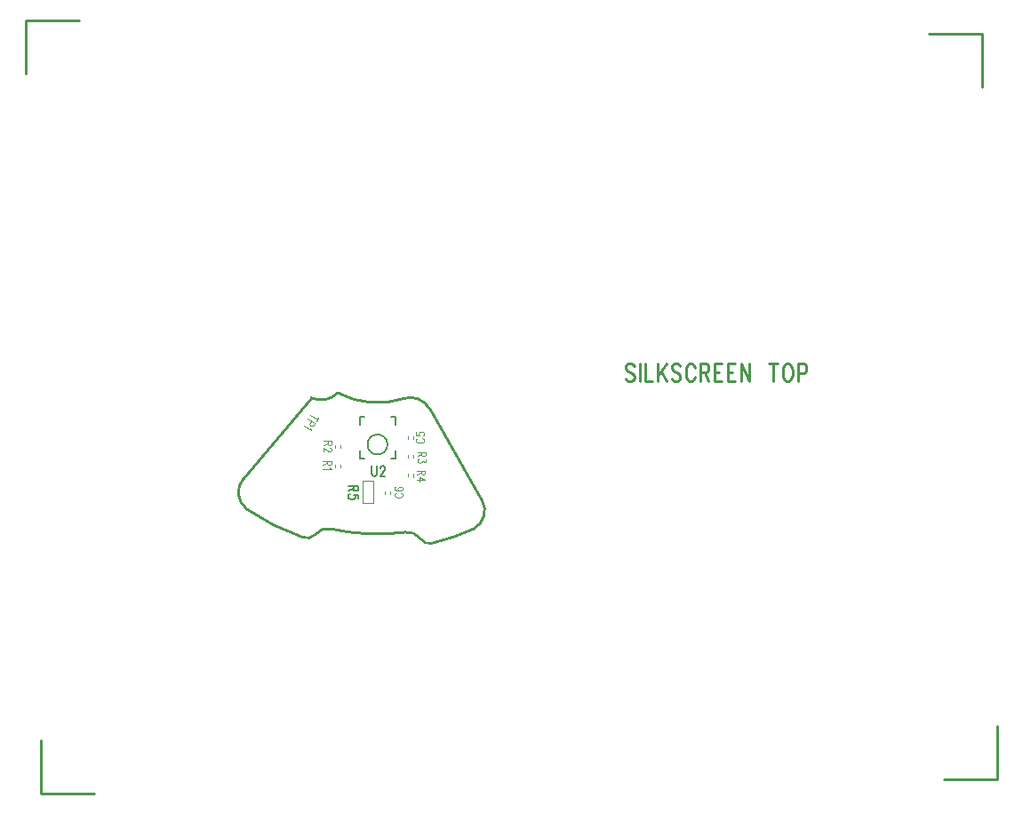
<source format=gbr>
*
*
G04 PADS 9.5 Build Number: 522968 generated Gerber (RS-274-X) file*
G04 PC Version=2.1*
*
%IN "LCORE_4.pcb"*%
*
%MOIN*%
*
%FSLAX35Y35*%
*
*
*
*
G04 PC Standard Apertures*
*
*
G04 Thermal Relief Aperture macro.*
%AMTER*
1,1,$1,0,0*
1,0,$1-$2,0,0*
21,0,$3,$4,0,0,45*
21,0,$3,$4,0,0,135*
%
*
*
G04 Annular Aperture macro.*
%AMANN*
1,1,$1,0,0*
1,0,$2,0,0*
%
*
*
G04 Odd Aperture macro.*
%AMODD*
1,1,$1,0,0*
1,0,$1-0.005,0,0*
%
*
*
G04 PC Custom Aperture Macros*
*
*
*
*
*
*
G04 PC Aperture Table*
*
%ADD010C,0.001*%
%ADD011C,0.004*%
%ADD012C,0.01*%
%ADD013C,0.00591*%
%ADD015C,0.00394*%
%ADD017C,0.008*%
*
*
*
*
G04 PC Circuitry*
G04 Layer Name LCORE_4.pcb - circuitry*
%LPD*%
*
*
G04 PC Custom Flashes*
G04 Layer Name LCORE_4.pcb - flashes*
%LPD*%
*
*
G04 PC Circuitry*
G04 Layer Name LCORE_4.pcb - circuitry*
%LPD*%
*
G54D10*
G54D11*
G01X1961150Y1587957D02*
Y1589079D01*
X1963119Y1587980D02*
Y1588984D01*
X1952489Y1567287D02*
Y1568409D01*
X1954457Y1567311D02*
Y1568315D01*
X1943993Y1563839D02*
X1947993D01*
Y1572239*
X1943993*
Y1563839*
X1935757Y1578437D02*
Y1577315D01*
X1933788Y1578413D02*
Y1577409D01*
X1935757Y1585720D02*
Y1584598D01*
X1933788Y1585697D02*
Y1584693D01*
X1963119Y1581980D02*
Y1580858D01*
X1961150Y1581957D02*
Y1580953D01*
X1963119Y1574894D02*
Y1573772D01*
X1961150Y1574870D02*
Y1573866D01*
G54D12*
X2046025Y1615200D02*
X2045570Y1615825D01*
X2044889Y1616137*
X2043980*
X2043298Y1615825*
X2042843Y1615200*
Y1614575*
X2043070Y1613950*
X2043298Y1613637*
X2043752Y1613325*
X2045116Y1612700*
X2045570Y1612387*
X2045798Y1612075*
X2046025Y1611450*
Y1610512*
X2045570Y1609887*
X2044889Y1609575*
X2043980*
X2043298Y1609887*
X2042843Y1610512*
X2048070Y1616137D02*
Y1609575D01*
X2050116Y1616137D02*
Y1609575D01*
X2052843*
X2054889Y1616137D02*
Y1609575D01*
X2058070Y1616137D02*
X2054889Y1611762D01*
X2056025Y1613325D02*
X2058070Y1609575D01*
X2063298Y1615200D02*
X2062843Y1615825D01*
X2062161Y1616137*
X2061252*
X2060570Y1615825*
X2060116Y1615200*
Y1614575*
X2060343Y1613950*
X2060570Y1613637*
X2061025Y1613325*
X2062389Y1612700*
X2062843Y1612387*
X2063070Y1612075*
X2063298Y1611450*
Y1610512*
X2062843Y1609887*
X2062161Y1609575*
X2061252*
X2060570Y1609887*
X2060116Y1610512*
X2068752Y1614575D02*
X2068525Y1615200D01*
X2068070Y1615825*
X2067616Y1616137*
X2066707*
X2066252Y1615825*
X2065798Y1615200*
X2065570Y1614575*
X2065343Y1613637*
Y1612075*
X2065570Y1611137*
X2065798Y1610512*
X2066252Y1609887*
X2066707Y1609575*
X2067616*
X2068070Y1609887*
X2068525Y1610512*
X2068752Y1611137*
X2070798Y1616137D02*
Y1609575D01*
Y1616137D02*
X2072843D01*
X2073525Y1615825*
X2073752Y1615512*
X2073980Y1614887*
Y1614262*
X2073752Y1613637*
X2073525Y1613325*
X2072843Y1613012*
X2070798*
X2072389D02*
X2073980Y1609575D01*
X2076025Y1616137D02*
Y1609575D01*
Y1616137D02*
X2078980D01*
X2076025Y1613012D02*
X2077843D01*
X2076025Y1609575D02*
X2078980D01*
X2081025Y1616137D02*
Y1609575D01*
Y1616137D02*
X2083980D01*
X2081025Y1613012D02*
X2082843D01*
X2081025Y1609575D02*
X2083980D01*
X2086025Y1616137D02*
Y1609575D01*
Y1616137D02*
X2089207Y1609575D01*
Y1616137D02*
Y1609575D01*
X2098070Y1616137D02*
Y1609575D01*
X2096480Y1616137D02*
X2099661D01*
X2103070D02*
X2102616Y1615825D01*
X2102161Y1615200*
X2101934Y1614575*
X2101707Y1613637*
Y1612075*
X2101934Y1611137*
X2102161Y1610512*
X2102616Y1609887*
X2103070Y1609575*
X2103980*
X2104434Y1609887*
X2104889Y1610512*
X2105116Y1611137*
X2105343Y1612075*
Y1613637*
X2105116Y1614575*
X2104889Y1615200*
X2104434Y1615825*
X2103980Y1616137*
X2103070*
X2107389D02*
Y1609575D01*
Y1616137D02*
X2109434D01*
X2110116Y1615825*
X2110343Y1615512*
X2110570Y1614887*
Y1613950*
X2110343Y1613325*
X2110116Y1613012*
X2109434Y1612700*
X2107389*
X1900788Y1561558D02*
G75*
G03X1921809Y1551031I48934J71466D01*
G01X1921827Y1551025D02*
G03X1926389Y1552091I1471J3999D01*
G01X1932249Y1554225D02*
G03X1926391Y1552092I-1336J-5442D01*
G01X1932289Y1554216D02*
G03X1960292Y1552993I17468J78795D01*
G01X1965815Y1550567D02*
G03X1960269Y1552990I-4781J-3386D01*
G01X1965819Y1550561D02*
G03X1970341Y1548880I3345J2074D01*
G01X1970380Y1548889D02*
G03X1985922Y1554286I-20514J84150D01*
G01X1985913Y1554281D02*
G03X1988944Y1564993I-3840J6872D01*
G01X1988940Y1564999D02*
X1969016Y1599606D01*
X1969018Y1599603D02*
G03X1959686Y1603148I-6910J-4135D01*
G01X1934880Y1605240D02*
G03X1959709Y1603156I14835J27784D01*
G01X1924884Y1603377D02*
G03X1934851Y1605260I3644J8033D01*
G01X1924879Y1603379D02*
X1899587Y1573281D01*
X1899585Y1573278D02*
G03X1900763Y1561574I5923J-5315D01*
G01X1837791Y1744944D02*
X1817791D01*
Y1724944*
X1823603Y1475056D02*
Y1455056D01*
X1843603*
X2162209Y1460312D02*
X2182209D01*
Y1480312*
X2176373Y1719944D02*
Y1739944D01*
X2156373*
G54D13*
X1943040Y1583618D02*
Y1580626D01*
X1944772*
X1956426Y1583618D02*
Y1580626D01*
X1954851*
X1956426Y1593224D02*
Y1596217D01*
X1954772*
X1943040Y1593146D02*
Y1596217D01*
X1944772*
X1953473Y1585882D02*
G03X1953473I-3740J0D01*
G54D15*
G01X1964890Y1588154D02*
X1964595Y1588047D01*
X1964300Y1587832*
X1964152Y1587617*
Y1587188*
X1964300Y1586973*
X1964595Y1586758*
X1964890Y1586651*
X1965333Y1586543*
X1966072*
X1966514Y1586651*
X1966810Y1586758*
X1967105Y1586973*
X1967253Y1587188*
Y1587617*
X1967105Y1587832*
X1966810Y1588047*
X1966514Y1588154*
X1964152Y1590516D02*
Y1589442D01*
X1965481Y1589335*
X1965333Y1589442*
X1965186Y1589764*
X1965186D02*
Y1590087D01*
X1965333Y1590409*
X1965629Y1590623*
X1966072Y1590731*
X1966367Y1590623*
X1966810Y1590516*
X1967105Y1590301*
X1967253Y1589979*
Y1589657*
X1967105Y1589335*
X1966957Y1589228*
X1966662Y1589120*
X1956820Y1567681D02*
X1956524Y1567574D01*
X1956229Y1567359*
X1956081Y1567145*
Y1566715*
X1956229Y1566500*
X1956524Y1566286*
X1956820Y1566178*
X1957262Y1566071*
X1958001*
X1958444Y1566178*
X1958739Y1566286*
X1959034Y1566500*
X1959182Y1566715*
Y1567145*
X1959034Y1567359*
X1958739Y1567574*
X1958444Y1567681*
X1956524Y1569936D02*
X1956229Y1569829D01*
X1956081Y1569507*
Y1569292*
X1956229Y1568970*
X1956672Y1568755*
X1957410Y1568648*
X1958148*
X1958739Y1568755*
X1959034Y1568970*
X1959182Y1569292*
Y1569399*
X1959034Y1569722*
X1958739Y1569936*
X1958296Y1570044*
X1958148*
X1957705Y1569936*
X1957410Y1569722*
X1957262Y1569399*
Y1569292*
X1957410Y1568970*
X1957705Y1568755*
X1958148Y1568648*
X1927161Y1595287D02*
X1924531Y1596930D01*
X1927559Y1595924D02*
X1926762Y1594649D01*
X1926250Y1593830D02*
X1923621Y1595473D01*
X1926250Y1593830D02*
X1925738Y1593010D01*
X1925442Y1592815*
X1925260Y1592802*
X1924953Y1592868*
X1924577Y1593102*
X1924384Y1593350*
X1924316Y1593519*
X1924361Y1593871*
X1924873Y1594690*
X1924441Y1592048D02*
X1924452Y1591788D01*
X1924657Y1591280*
X1922028Y1592923*
X1932361Y1579654D02*
X1929260D01*
X1932361D02*
Y1578687D01*
X1932213Y1578365*
X1932066Y1578258*
X1931770Y1578150*
X1931475*
X1931180Y1578258*
X1931032Y1578365*
X1930885Y1578687*
Y1579654*
Y1578902D02*
X1929260Y1578150D01*
X1931770Y1577184D02*
X1931918Y1576969D01*
X1932361Y1576647*
X1929260*
X1932558Y1587134D02*
X1929457D01*
X1932558D02*
Y1586167D01*
X1932558D02*
X1932410Y1585845D01*
X1932262Y1585738*
X1931967Y1585631*
X1931672*
X1931377Y1585738*
X1931229Y1585845*
X1931081Y1586167*
X1931081D02*
Y1587134D01*
Y1586382D02*
X1929457Y1585631D01*
X1931820Y1584557D02*
X1931967D01*
X1932262Y1584450*
X1932410Y1584342*
X1932558Y1584127*
Y1583698*
X1932410Y1583483*
X1932262Y1583376*
X1931967Y1583268*
X1931672*
X1931377Y1583376*
X1930934Y1583591*
X1929457Y1584664*
Y1583161*
X1967794Y1583000D02*
X1964694D01*
X1967794D02*
Y1582034D01*
X1967646Y1581712*
X1967499Y1581604*
X1967203Y1581497*
X1966908*
X1966613Y1581604*
X1966465Y1581712*
X1966318Y1582034*
Y1583000*
Y1582248D02*
X1964694Y1581497D01*
X1967794Y1580316D02*
Y1579135D01*
X1966613Y1579779*
Y1579457*
X1966465Y1579242*
X1966318Y1579135*
X1965875Y1579027*
X1965579*
X1965136Y1579135*
X1964841Y1579349*
X1964694Y1579671*
Y1579994*
X1964841Y1580316*
X1964989Y1580423*
X1965284Y1580530*
X1967597Y1576110D02*
X1964497D01*
X1967597D02*
Y1575144D01*
X1967449Y1574822*
X1967302Y1574714*
X1967007Y1574607*
X1966711*
X1966416Y1574714*
X1966268Y1574822*
X1966121Y1575144*
Y1576110*
Y1575359D02*
X1964497Y1574607D01*
X1967597Y1572567D02*
X1965530Y1573641D01*
Y1572030*
X1967597Y1572567D02*
X1964497D01*
G54D17*
X1947568Y1577882D02*
Y1575070D01*
X1947704Y1574507*
X1947977Y1574132*
X1948386Y1573945*
X1948658*
X1949068Y1574132*
X1949340Y1574507*
X1949477Y1575070*
Y1577882*
X1950840Y1576945D02*
Y1577132D01*
X1950977Y1577507*
X1951113Y1577695*
X1951386Y1577882*
X1951931*
X1952204Y1577695*
X1952340Y1577507*
X1952477Y1577132*
Y1576757*
X1952340Y1576382*
X1952068Y1575820*
X1950704Y1573945*
X1952613*
X1942647Y1570402D02*
X1938709D01*
X1942647D02*
Y1569174D01*
X1942459Y1568765*
X1942272Y1568629*
X1941897Y1568492*
X1941522*
X1941147Y1568629*
X1940959Y1568765*
X1940772Y1569174*
Y1570402*
Y1569447D02*
X1938709Y1568492D01*
X1942647Y1565492D02*
Y1566856D01*
X1940959Y1566992*
X1941147Y1566856*
X1941334Y1566447*
Y1566038*
X1941147Y1565629*
X1940772Y1565356*
X1940209Y1565220*
X1939834Y1565356*
X1939272Y1565492*
X1938897Y1565765*
X1938709Y1566174*
Y1566583*
X1938897Y1566992*
X1939084Y1567129*
X1939459Y1567265*
G74*
X0Y0D02*
M02*

</source>
